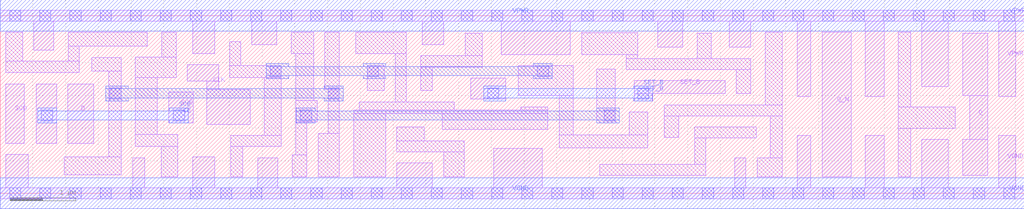
<source format=lef>
# Copyright 2020 The SkyWater PDK Authors
#
# Licensed under the Apache License, Version 2.0 (the "License");
# you may not use this file except in compliance with the License.
# You may obtain a copy of the License at
#
#     https://www.apache.org/licenses/LICENSE-2.0
#
# Unless required by applicable law or agreed to in writing, software
# distributed under the License is distributed on an "AS IS" BASIS,
# WITHOUT WARRANTIES OR CONDITIONS OF ANY KIND, either express or implied.
# See the License for the specific language governing permissions and
# limitations under the License.
#
# SPDX-License-Identifier: Apache-2.0

VERSION 5.7 ;
  NAMESCASESENSITIVE ON ;
  NOWIREEXTENSIONATPIN ON ;
  DIVIDERCHAR "/" ;
  BUSBITCHARS "[]" ;
UNITS
  DATABASE MICRONS 200 ;
END UNITS
PROPERTYDEFINITIONS
  MACRO maskLayoutSubType STRING ;
  MACRO prCellType STRING ;
  MACRO originalViewName STRING ;
END PROPERTYDEFINITIONS
MACRO sky130_fd_sc_hdll__sdfsbp_2
  CLASS CORE ;
  FOREIGN sky130_fd_sc_hdll__sdfsbp_2 ;
  ORIGIN  0.000000  0.000000 ;
  SIZE  15.64000 BY  2.720000 ;
  SYMMETRY X Y R90 ;
  SITE unithd ;
  PIN CLK
    ANTENNAGATEAREA  0.178200 ;
    DIRECTION INPUT ;
    USE SIGNAL ;
    PORT
      LAYER li1 ;
        RECT 2.855000 1.720000 3.335000 1.970000 ;
        RECT 3.155000 1.055000 3.815000 1.590000 ;
        RECT 3.155000 1.590000 3.335000 1.720000 ;
    END
  END CLK
  PIN D
    ANTENNAGATEAREA  0.178200 ;
    DIRECTION INPUT ;
    USE SIGNAL ;
    PORT
      LAYER li1 ;
        RECT 1.030000 0.765000 1.425000 1.675000 ;
    END
  END D
  PIN Q
    ANTENNADIFFAREA  0.498000 ;
    DIRECTION OUTPUT ;
    USE SIGNAL ;
    PORT
      LAYER li1 ;
        RECT 14.700000 0.275000 15.080000 0.825000 ;
        RECT 14.700000 1.495000 15.080000 2.450000 ;
        RECT 14.805000 0.825000 15.080000 1.495000 ;
    END
  END Q
  PIN Q_N
    ANTENNADIFFAREA  0.498000 ;
    DIRECTION OUTPUT ;
    USE SIGNAL ;
    PORT
      LAYER li1 ;
        RECT 12.555000 0.255000 13.000000 2.465000 ;
    END
  END Q_N
  PIN SCD
    ANTENNAGATEAREA  0.178200 ;
    DIRECTION INPUT ;
    USE SIGNAL ;
    PORT
      LAYER li1 ;
        RECT 0.085000 0.765000 0.365000 1.675000 ;
    END
  END SCD
  PIN SCE
    ANTENNAGATEAREA  0.356400 ;
    DIRECTION INPUT ;
    USE SIGNAL ;
    PORT
      LAYER li1 ;
        RECT 0.550000 0.765000 0.860000 1.675000 ;
        RECT 2.570000 1.075000 2.950000 1.550000 ;
      LAYER mcon ;
        RECT 0.630000 1.105000 0.800000 1.275000 ;
        RECT 2.645000 1.105000 2.815000 1.275000 ;
      LAYER met1 ;
        RECT 0.570000 1.075000 0.860000 1.120000 ;
        RECT 0.570000 1.120000 2.875000 1.260000 ;
        RECT 0.570000 1.260000 0.860000 1.305000 ;
        RECT 2.585000 1.075000 2.875000 1.120000 ;
        RECT 2.585000 1.260000 2.875000 1.305000 ;
    END
  END SCE
  PIN SET_B
    ANTENNAGATEAREA  0.277200 ;
    DIRECTION INPUT ;
    USE SIGNAL ;
    PORT
      LAYER li1 ;
        RECT 7.190000 1.445000  7.725000 1.765000 ;
        RECT 9.685000 1.415000  9.960000 1.525000 ;
        RECT 9.685000 1.525000 11.075000 1.725000 ;
      LAYER mcon ;
        RECT 7.445000 1.445000 7.615000 1.615000 ;
        RECT 9.735000 1.445000 9.905000 1.615000 ;
      LAYER met1 ;
        RECT 7.385000 1.415000 7.725000 1.460000 ;
        RECT 7.385000 1.460000 9.965000 1.600000 ;
        RECT 7.385000 1.600000 7.725000 1.645000 ;
        RECT 9.675000 1.415000 9.965000 1.460000 ;
        RECT 9.675000 1.600000 9.965000 1.645000 ;
    END
  END SET_B
  PIN VGND
    DIRECTION INOUT ;
    USE GROUND ;
    PORT
      LAYER li1 ;
        RECT  0.000000 -0.085000 15.640000 0.085000 ;
        RECT  0.085000  0.085000  0.430000 0.595000 ;
        RECT  2.025000  0.085000  2.205000 0.545000 ;
        RECT  2.940000  0.085000  3.280000 0.555000 ;
        RECT  3.930000  0.085000  4.240000 0.545000 ;
        RECT  6.060000  0.085000  6.595000 0.465000 ;
        RECT  7.540000  0.085000  8.275000 0.690000 ;
        RECT 11.220000  0.085000 11.390000 0.545000 ;
        RECT 12.170000  0.085000 12.380000 0.885000 ;
        RECT 13.215000  0.085000 13.505000 0.885000 ;
        RECT 14.075000  0.085000 14.480000 0.825000 ;
        RECT 15.250000  0.085000 15.515000 0.885000 ;
      LAYER mcon ;
        RECT  0.145000 -0.085000  0.315000 0.085000 ;
        RECT  0.605000 -0.085000  0.775000 0.085000 ;
        RECT  1.065000 -0.085000  1.235000 0.085000 ;
        RECT  1.525000 -0.085000  1.695000 0.085000 ;
        RECT  1.985000 -0.085000  2.155000 0.085000 ;
        RECT  2.445000 -0.085000  2.615000 0.085000 ;
        RECT  2.905000 -0.085000  3.075000 0.085000 ;
        RECT  3.365000 -0.085000  3.535000 0.085000 ;
        RECT  3.825000 -0.085000  3.995000 0.085000 ;
        RECT  4.285000 -0.085000  4.455000 0.085000 ;
        RECT  4.745000 -0.085000  4.915000 0.085000 ;
        RECT  5.205000 -0.085000  5.375000 0.085000 ;
        RECT  5.665000 -0.085000  5.835000 0.085000 ;
        RECT  6.125000 -0.085000  6.295000 0.085000 ;
        RECT  6.585000 -0.085000  6.755000 0.085000 ;
        RECT  7.045000 -0.085000  7.215000 0.085000 ;
        RECT  7.505000 -0.085000  7.675000 0.085000 ;
        RECT  7.965000 -0.085000  8.135000 0.085000 ;
        RECT  8.425000 -0.085000  8.595000 0.085000 ;
        RECT  8.885000 -0.085000  9.055000 0.085000 ;
        RECT  9.345000 -0.085000  9.515000 0.085000 ;
        RECT  9.805000 -0.085000  9.975000 0.085000 ;
        RECT 10.265000 -0.085000 10.435000 0.085000 ;
        RECT 10.725000 -0.085000 10.895000 0.085000 ;
        RECT 11.185000 -0.085000 11.355000 0.085000 ;
        RECT 11.645000 -0.085000 11.815000 0.085000 ;
        RECT 12.105000 -0.085000 12.275000 0.085000 ;
        RECT 12.565000 -0.085000 12.735000 0.085000 ;
        RECT 13.025000 -0.085000 13.195000 0.085000 ;
        RECT 13.485000 -0.085000 13.655000 0.085000 ;
        RECT 13.945000 -0.085000 14.115000 0.085000 ;
        RECT 14.405000 -0.085000 14.575000 0.085000 ;
        RECT 14.865000 -0.085000 15.035000 0.085000 ;
        RECT 15.325000 -0.085000 15.495000 0.085000 ;
      LAYER met1 ;
        RECT 0.000000 -0.240000 15.640000 0.240000 ;
    END
  END VGND
  PIN VPWR
    DIRECTION INOUT ;
    USE POWER ;
    PORT
      LAYER li1 ;
        RECT  0.000000 2.635000 15.640000 2.805000 ;
        RECT  0.515000 2.195000  0.815000 2.635000 ;
        RECT  2.940000 2.140000  3.280000 2.635000 ;
        RECT  3.845000 2.275000  4.225000 2.635000 ;
        RECT  6.445000 2.275000  6.775000 2.635000 ;
        RECT  7.655000 2.125000  8.710000 2.635000 ;
        RECT 10.045000 2.235000 10.425000 2.635000 ;
        RECT 11.135000 2.235000 11.465000 2.635000 ;
        RECT 12.170000 1.485000 12.380000 2.635000 ;
        RECT 13.215000 1.485000 13.505000 2.635000 ;
        RECT 14.075000 1.635000 14.480000 2.635000 ;
        RECT 15.250000 1.485000 15.515000 2.635000 ;
      LAYER mcon ;
        RECT  0.145000 2.635000  0.315000 2.805000 ;
        RECT  0.605000 2.635000  0.775000 2.805000 ;
        RECT  1.065000 2.635000  1.235000 2.805000 ;
        RECT  1.525000 2.635000  1.695000 2.805000 ;
        RECT  1.985000 2.635000  2.155000 2.805000 ;
        RECT  2.445000 2.635000  2.615000 2.805000 ;
        RECT  2.905000 2.635000  3.075000 2.805000 ;
        RECT  3.365000 2.635000  3.535000 2.805000 ;
        RECT  3.825000 2.635000  3.995000 2.805000 ;
        RECT  4.285000 2.635000  4.455000 2.805000 ;
        RECT  4.745000 2.635000  4.915000 2.805000 ;
        RECT  5.205000 2.635000  5.375000 2.805000 ;
        RECT  5.665000 2.635000  5.835000 2.805000 ;
        RECT  6.125000 2.635000  6.295000 2.805000 ;
        RECT  6.585000 2.635000  6.755000 2.805000 ;
        RECT  7.045000 2.635000  7.215000 2.805000 ;
        RECT  7.505000 2.635000  7.675000 2.805000 ;
        RECT  7.965000 2.635000  8.135000 2.805000 ;
        RECT  8.425000 2.635000  8.595000 2.805000 ;
        RECT  8.885000 2.635000  9.055000 2.805000 ;
        RECT  9.345000 2.635000  9.515000 2.805000 ;
        RECT  9.805000 2.635000  9.975000 2.805000 ;
        RECT 10.265000 2.635000 10.435000 2.805000 ;
        RECT 10.725000 2.635000 10.895000 2.805000 ;
        RECT 11.185000 2.635000 11.355000 2.805000 ;
        RECT 11.645000 2.635000 11.815000 2.805000 ;
        RECT 12.105000 2.635000 12.275000 2.805000 ;
        RECT 12.565000 2.635000 12.735000 2.805000 ;
        RECT 13.025000 2.635000 13.195000 2.805000 ;
        RECT 13.485000 2.635000 13.655000 2.805000 ;
        RECT 13.945000 2.635000 14.115000 2.805000 ;
        RECT 14.405000 2.635000 14.575000 2.805000 ;
        RECT 14.865000 2.635000 15.035000 2.805000 ;
        RECT 15.325000 2.635000 15.495000 2.805000 ;
      LAYER met1 ;
        RECT 0.000000 2.480000 15.640000 2.960000 ;
    END
  END VPWR
  OBS
    LAYER li1 ;
      RECT  0.085000 1.845000  1.205000 2.025000 ;
      RECT  0.085000 2.025000  0.345000 2.465000 ;
      RECT  0.975000 0.280000  1.845000 0.560000 ;
      RECT  1.035000 2.025000  1.205000 2.255000 ;
      RECT  1.035000 2.255000  2.245000 2.465000 ;
      RECT  1.395000 1.870000  1.845000 2.075000 ;
      RECT  1.655000 0.560000  1.845000 1.870000 ;
      RECT  2.065000 0.715000  2.715000 0.905000 ;
      RECT  2.065000 0.905000  2.400000 1.770000 ;
      RECT  2.065000 1.770000  2.685000 2.085000 ;
      RECT  2.460000 0.255000  2.715000 0.715000 ;
      RECT  2.470000 2.085000  2.685000 2.465000 ;
      RECT  3.505000 1.775000  4.295000 1.955000 ;
      RECT  3.505000 1.955000  3.675000 2.325000 ;
      RECT  3.520000 0.255000  3.705000 0.715000 ;
      RECT  3.520000 0.715000  4.295000 0.885000 ;
      RECT  4.035000 0.885000  4.295000 1.775000 ;
      RECT  4.445000 2.135000  4.790000 2.465000 ;
      RECT  4.460000 0.255000  4.685000 0.585000 ;
      RECT  4.515000 0.585000  4.685000 1.090000 ;
      RECT  4.515000 1.090000  4.840000 1.420000 ;
      RECT  4.515000 1.420000  4.790000 2.135000 ;
      RECT  4.855000 0.255000  5.180000 0.920000 ;
      RECT  4.960000 1.590000  5.180000 2.465000 ;
      RECT  5.010000 0.920000  5.180000 1.590000 ;
      RECT  5.400000 0.255000  5.890000 1.225000 ;
      RECT  5.400000 1.225000  8.360000 1.275000 ;
      RECT  5.430000 2.135000  6.205000 2.465000 ;
      RECT  5.485000 1.275000  6.935000 1.395000 ;
      RECT  5.605000 1.575000  5.865000 1.955000 ;
      RECT  6.035000 1.395000  6.205000 2.135000 ;
      RECT  6.060000 0.635000  7.085000 0.805000 ;
      RECT  6.060000 0.805000  6.475000 1.015000 ;
      RECT  6.425000 1.575000  6.595000 1.935000 ;
      RECT  6.425000 1.935000  7.365000 2.105000 ;
      RECT  6.750000 0.975000  8.360000 1.225000 ;
      RECT  6.775000 0.255000  7.085000 0.635000 ;
      RECT  7.100000 2.105000  7.365000 2.450000 ;
      RECT  7.910000 1.495000  8.755000 1.955000 ;
      RECT  7.950000 1.275000  8.360000 1.325000 ;
      RECT  8.535000 0.695000  9.890000 0.895000 ;
      RECT  8.535000 0.895000  8.755000 1.495000 ;
      RECT  8.880000 2.125000  9.735000 2.460000 ;
      RECT  9.115000 1.075000  9.395000 1.905000 ;
      RECT  9.160000 0.275000 10.775000 0.445000 ;
      RECT  9.565000 1.895000 11.465000 2.065000 ;
      RECT  9.565000 2.065000  9.735000 2.125000 ;
      RECT  9.610000 0.895000  9.890000 1.245000 ;
      RECT 10.140000 0.855000 10.365000 1.185000 ;
      RECT 10.140000 1.185000 11.945000 1.355000 ;
      RECT 10.605000 0.445000 10.775000 0.845000 ;
      RECT 10.605000 0.845000 11.545000 1.015000 ;
      RECT 10.645000 2.065000 10.860000 2.450000 ;
      RECT 11.245000 1.525000 11.465000 1.895000 ;
      RECT 11.560000 0.255000 11.945000 0.540000 ;
      RECT 11.685000 1.355000 11.945000 2.465000 ;
      RECT 11.765000 0.540000 11.945000 1.185000 ;
      RECT 13.720000 0.255000 13.905000 0.995000 ;
      RECT 13.720000 0.995000 14.585000 1.325000 ;
      RECT 13.720000 1.325000 13.905000 2.465000 ;
    LAYER mcon ;
      RECT 1.675000 1.445000 1.845000 1.615000 ;
      RECT 4.125000 1.785000 4.295000 1.955000 ;
      RECT 4.585000 1.105000 4.755000 1.275000 ;
      RECT 5.010000 1.445000 5.180000 1.615000 ;
      RECT 5.605000 1.785000 5.775000 1.955000 ;
      RECT 8.205000 1.785000 8.375000 1.955000 ;
      RECT 9.225000 1.105000 9.395000 1.275000 ;
    LAYER met1 ;
      RECT 1.615000 1.415000 1.955000 1.460000 ;
      RECT 1.615000 1.460000 5.240000 1.600000 ;
      RECT 1.615000 1.600000 1.955000 1.645000 ;
      RECT 4.065000 1.755000 4.405000 1.800000 ;
      RECT 4.065000 1.800000 8.435000 1.940000 ;
      RECT 4.065000 1.940000 4.405000 1.985000 ;
      RECT 4.525000 1.075000 4.815000 1.120000 ;
      RECT 4.525000 1.120000 9.455000 1.260000 ;
      RECT 4.525000 1.260000 4.815000 1.305000 ;
      RECT 4.950000 1.415000 5.240000 1.460000 ;
      RECT 4.950000 1.600000 5.240000 1.645000 ;
      RECT 5.545000 1.755000 5.885000 1.800000 ;
      RECT 5.545000 1.940000 5.885000 1.985000 ;
      RECT 8.145000 1.755000 8.435000 1.800000 ;
      RECT 8.145000 1.940000 8.435000 1.985000 ;
      RECT 9.115000 1.075000 9.455000 1.120000 ;
      RECT 9.115000 1.260000 9.455000 1.305000 ;
  END
  PROPERTY maskLayoutSubType "abstract" ;
  PROPERTY prCellType "standard" ;
  PROPERTY originalViewName "layout" ;
END sky130_fd_sc_hdll__sdfsbp_2

</source>
